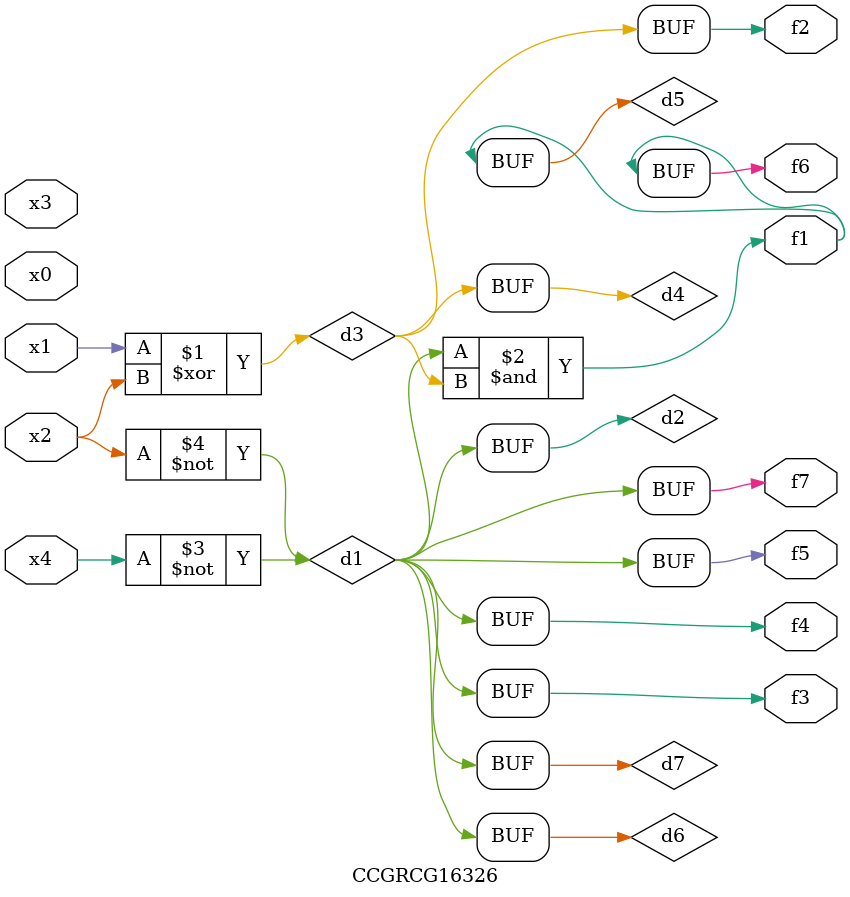
<source format=v>
module CCGRCG16326(
	input x0, x1, x2, x3, x4,
	output f1, f2, f3, f4, f5, f6, f7
);

	wire d1, d2, d3, d4, d5, d6, d7;

	not (d1, x4);
	not (d2, x2);
	xor (d3, x1, x2);
	buf (d4, d3);
	and (d5, d1, d3);
	buf (d6, d1, d2);
	buf (d7, d2);
	assign f1 = d5;
	assign f2 = d4;
	assign f3 = d7;
	assign f4 = d7;
	assign f5 = d7;
	assign f6 = d5;
	assign f7 = d7;
endmodule

</source>
